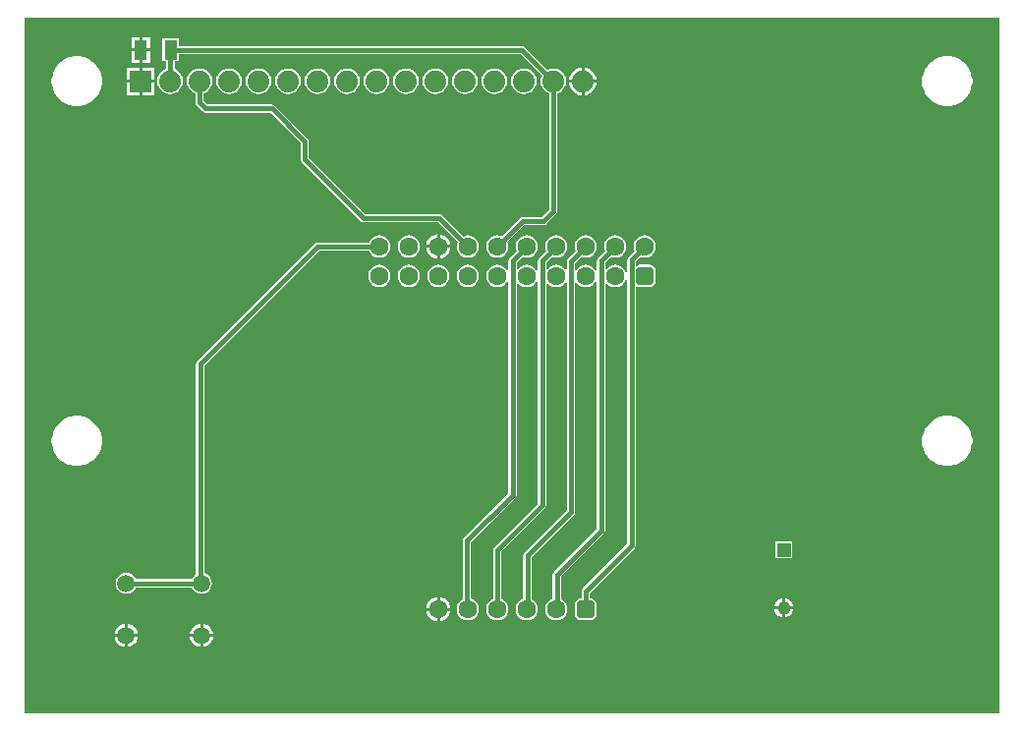
<source format=gbl>
%FSTAX23Y23*%
%MOIN*%
%SFA1B1*%

%IPPOS*%
%AMD25*
4,1,8,-0.015700,-0.031500,0.015700,-0.031500,0.031500,-0.015700,0.031500,0.015700,0.015700,0.031500,-0.015700,0.031500,-0.031500,0.015700,-0.031500,-0.015700,-0.015700,-0.031500,0.0*
1,1,0.031500,-0.015700,-0.015700*
1,1,0.031500,0.015700,-0.015700*
1,1,0.031500,0.015700,0.015700*
1,1,0.031500,-0.015700,0.015700*
%
%ADD14C,0.045280*%
%ADD15R,0.045280X0.045280*%
%ADD22C,0.015000*%
%ADD23C,0.059060*%
%ADD24C,0.062990*%
G04~CAMADD=25~8~0.0~0.0~629.9~629.9~157.5~0.0~15~0.0~0.0~0.0~0.0~0~0.0~0.0~0.0~0.0~0~0.0~0.0~0.0~180.0~630.0~630.0*
%ADD25D25*%
%ADD26R,0.074000X0.074000*%
%ADD27C,0.074000*%
%ADD28R,0.043520X0.065280*%
%LNpcb_front-1*%
%LPD*%
G36*
X03622Y00433D02*
X00314D01*
Y02795*
X03622*
Y00433*
G37*
%LNpcb_front-2*%
%LPC*%
G36*
X00741Y02727D02*
X00714D01*
Y0269*
X00741*
Y02727*
G37*
G36*
X00704D02*
X00677D01*
Y0269*
X00704*
Y02727*
G37*
G36*
X03452Y02663D02*
X03437D01*
X03436Y02663*
X03435Y02663*
X0342Y0266*
X0342Y0266*
X03419*
X03405Y02654*
X03404Y02653*
X03404Y02653*
X03391Y02645*
X0339Y02644*
X0339Y02644*
X03379Y02633*
X03378Y02632*
X03378Y02632*
X03369Y02619*
X03369Y02618*
X03369Y02618*
X03363Y02604*
Y02603*
X03362Y02602*
X03359Y02587*
X0336Y02587*
X03359Y02586*
Y0257*
X0336Y0257*
X03359Y02569*
X03362Y02554*
X03363Y02553*
Y02553*
X03369Y02539*
X03369Y02538*
X03369Y02537*
X03378Y02525*
X03378Y02524*
X03379Y02524*
X0339Y02513*
X0339Y02512*
X03391Y02512*
X03404Y02503*
X03404Y02503*
X03405Y02503*
X03419Y02497*
X0342*
X0342Y02496*
X03435Y02493*
X03436Y02493*
X03437Y02493*
X03452*
X03453Y02493*
X03453Y02493*
X03469Y02496*
X03469Y02497*
X0347*
X03484Y02503*
X03485Y02503*
X03485Y02503*
X03498Y02512*
X03498Y02512*
X03499Y02513*
X0351Y02524*
X0351Y02524*
X03511Y02525*
X03519Y02537*
X0352Y02538*
X0352Y02539*
X03526Y02553*
Y02553*
X03526Y02554*
X03529Y02569*
X03529Y0257*
X0353Y0257*
Y02586*
X03529Y02587*
X03529Y02587*
X03526Y02602*
X03526Y02603*
Y02604*
X0352Y02618*
X0352Y02618*
X03519Y02619*
X03511Y02632*
X0351Y02632*
X0351Y02633*
X03499Y02644*
X03498Y02644*
X03498Y02645*
X03485Y02653*
X03485Y02653*
X03484Y02654*
X0347Y0266*
X03469*
X03469Y0266*
X03453Y02663*
X03453Y02663*
X03452Y02663*
G37*
G36*
X00499D02*
X00484D01*
X00483Y02663*
X00483Y02663*
X00467Y0266*
X00467Y0266*
X00466*
X00452Y02654*
X00451Y02653*
X00451Y02653*
X00438Y02645*
X00438Y02644*
X00437Y02644*
X00426Y02633*
X00426Y02632*
X00425Y02632*
X00417Y02619*
X00416Y02618*
X00416Y02618*
X0041Y02604*
Y02603*
X0041Y02602*
X00407Y02587*
X00407Y02587*
X00406Y02586*
Y0257*
X00407Y0257*
X00407Y02569*
X0041Y02554*
X0041Y02553*
Y02553*
X00416Y02539*
X00416Y02538*
X00417Y02537*
X00425Y02525*
X00426Y02524*
X00426Y02524*
X00437Y02513*
X00438Y02512*
X00438Y02512*
X00451Y02503*
X00451Y02503*
X00452Y02503*
X00466Y02497*
X00467*
X00467Y02496*
X00483Y02493*
X00483Y02493*
X00484Y02493*
X00499*
X005Y02493*
X00501Y02493*
X00516Y02496*
X00516Y02497*
X00517*
X00531Y02503*
X00532Y02503*
X00532Y02503*
X00545Y02512*
X00546Y02512*
X00546Y02513*
X00557Y02524*
X00558Y02524*
X00558Y02525*
X00567Y02537*
X00567Y02538*
X00567Y02539*
X00573Y02553*
Y02553*
X00574Y02554*
X00577Y02569*
X00577Y0257*
X00577Y0257*
Y02586*
X00577Y02587*
X00577Y02587*
X00574Y02602*
X00573Y02603*
Y02604*
X00567Y02618*
X00567Y02618*
X00567Y02619*
X00558Y02632*
X00558Y02632*
X00557Y02633*
X00546Y02644*
X00546Y02644*
X00545Y02645*
X00532Y02653*
X00532Y02653*
X00531Y02654*
X00517Y0266*
X00516*
X00516Y0266*
X00501Y02663*
X005Y02663*
X00499Y02663*
G37*
G36*
X00741Y0268D02*
X00714D01*
Y02642*
X00741*
Y0268*
G37*
G36*
X00704D02*
X00677D01*
Y02642*
X00704*
Y0268*
G37*
G36*
X02213Y02625D02*
Y02583D01*
X02255*
X02254Y02591*
X02249Y02602*
X02242Y02612*
X02232Y02619*
X0222Y02624*
X02213Y02625*
G37*
G36*
X02203D02*
X02196Y02624D01*
X02184Y02619*
X02175Y02612*
X02167Y02602*
X02162Y02591*
X02161Y02583*
X02203*
Y02625*
G37*
G36*
X00755Y02625D02*
X00713D01*
Y02583*
X00755*
Y02625*
G37*
G36*
X00703D02*
X00661D01*
Y02583*
X00703*
Y02625*
G37*
G36*
X02008Y02622D02*
X01997Y0262D01*
X01987Y02616*
X01978Y02609*
X01971Y026*
X01966Y02589*
X01965Y02578*
X01966Y02567*
X01971Y02557*
X01978Y02548*
X01987Y02541*
X01997Y02536*
X02008Y02535*
X02019Y02536*
X0203Y02541*
X02039Y02548*
X02046Y02557*
X0205Y02567*
X02051Y02578*
X0205Y02589*
X02046Y026*
X02039Y02609*
X0203Y02616*
X02019Y0262*
X02008Y02622*
G37*
G36*
X01908D02*
X01897Y0262D01*
X01887Y02616*
X01878Y02609*
X01871Y026*
X01866Y02589*
X01865Y02578*
X01866Y02567*
X01871Y02557*
X01878Y02548*
X01887Y02541*
X01897Y02536*
X01908Y02535*
X01919Y02536*
X0193Y02541*
X01939Y02548*
X01946Y02557*
X0195Y02567*
X01951Y02578*
X0195Y02589*
X01946Y026*
X01939Y02609*
X0193Y02616*
X01919Y0262*
X01908Y02622*
G37*
G36*
X01808D02*
X01797Y0262D01*
X01787Y02616*
X01778Y02609*
X01771Y026*
X01766Y02589*
X01765Y02578*
X01766Y02567*
X01771Y02557*
X01778Y02548*
X01787Y02541*
X01797Y02536*
X01808Y02535*
X01819Y02536*
X0183Y02541*
X01839Y02548*
X01846Y02557*
X0185Y02567*
X01851Y02578*
X0185Y02589*
X01846Y026*
X01839Y02609*
X0183Y02616*
X01819Y0262*
X01808Y02622*
G37*
G36*
X01708D02*
X01697Y0262D01*
X01687Y02616*
X01678Y02609*
X01671Y026*
X01666Y02589*
X01665Y02578*
X01666Y02567*
X01671Y02557*
X01678Y02548*
X01687Y02541*
X01697Y02536*
X01708Y02535*
X01719Y02536*
X0173Y02541*
X01739Y02548*
X01746Y02557*
X0175Y02567*
X01751Y02578*
X0175Y02589*
X01746Y026*
X01739Y02609*
X0173Y02616*
X01719Y0262*
X01708Y02622*
G37*
G36*
X01608D02*
X01597Y0262D01*
X01587Y02616*
X01578Y02609*
X01571Y026*
X01566Y02589*
X01565Y02578*
X01566Y02567*
X01571Y02557*
X01578Y02548*
X01587Y02541*
X01597Y02536*
X01608Y02535*
X01619Y02536*
X0163Y02541*
X01639Y02548*
X01646Y02557*
X0165Y02567*
X01651Y02578*
X0165Y02589*
X01646Y026*
X01639Y02609*
X0163Y02616*
X01619Y0262*
X01608Y02622*
G37*
G36*
X01508D02*
X01497Y0262D01*
X01487Y02616*
X01478Y02609*
X01471Y026*
X01466Y02589*
X01465Y02578*
X01466Y02567*
X01471Y02557*
X01478Y02548*
X01487Y02541*
X01497Y02536*
X01508Y02535*
X01519Y02536*
X0153Y02541*
X01539Y02548*
X01546Y02557*
X0155Y02567*
X01551Y02578*
X0155Y02589*
X01546Y026*
X01539Y02609*
X0153Y02616*
X01519Y0262*
X01508Y02622*
G37*
G36*
X01408D02*
X01397Y0262D01*
X01387Y02616*
X01378Y02609*
X01371Y026*
X01366Y02589*
X01365Y02578*
X01366Y02567*
X01371Y02557*
X01378Y02548*
X01387Y02541*
X01397Y02536*
X01408Y02535*
X01419Y02536*
X0143Y02541*
X01439Y02548*
X01446Y02557*
X0145Y02567*
X01451Y02578*
X0145Y02589*
X01446Y026*
X01439Y02609*
X0143Y02616*
X01419Y0262*
X01408Y02622*
G37*
G36*
X01308D02*
X01297Y0262D01*
X01287Y02616*
X01278Y02609*
X01271Y026*
X01266Y02589*
X01265Y02578*
X01266Y02567*
X01271Y02557*
X01278Y02548*
X01287Y02541*
X01297Y02536*
X01308Y02535*
X01319Y02536*
X0133Y02541*
X01339Y02548*
X01346Y02557*
X0135Y02567*
X01351Y02578*
X0135Y02589*
X01346Y026*
X01339Y02609*
X0133Y02616*
X01319Y0262*
X01308Y02622*
G37*
G36*
X01208D02*
X01197Y0262D01*
X01187Y02616*
X01178Y02609*
X01171Y026*
X01166Y02589*
X01165Y02578*
X01166Y02567*
X01171Y02557*
X01178Y02548*
X01187Y02541*
X01197Y02536*
X01208Y02535*
X01219Y02536*
X0123Y02541*
X01239Y02548*
X01246Y02557*
X0125Y02567*
X01251Y02578*
X0125Y02589*
X01246Y026*
X01239Y02609*
X0123Y02616*
X01219Y0262*
X01208Y02622*
G37*
G36*
X01108D02*
X01097Y0262D01*
X01087Y02616*
X01078Y02609*
X01071Y026*
X01066Y02589*
X01065Y02578*
X01066Y02567*
X01071Y02557*
X01078Y02548*
X01087Y02541*
X01097Y02536*
X01108Y02535*
X01119Y02536*
X0113Y02541*
X01139Y02548*
X01146Y02557*
X0115Y02567*
X01151Y02578*
X0115Y02589*
X01146Y026*
X01139Y02609*
X0113Y02616*
X01119Y0262*
X01108Y02622*
G37*
G36*
X01008D02*
X00997Y0262D01*
X00987Y02616*
X00978Y02609*
X00971Y026*
X00966Y02589*
X00965Y02578*
X00966Y02567*
X00971Y02557*
X00978Y02548*
X00987Y02541*
X00997Y02536*
X01008Y02535*
X01019Y02536*
X0103Y02541*
X01039Y02548*
X01046Y02557*
X0105Y02567*
X01051Y02578*
X0105Y02589*
X01046Y026*
X01039Y02609*
X0103Y02616*
X01019Y0262*
X01008Y02622*
G37*
G36*
X02255Y02573D02*
X02213D01*
Y02531*
X0222Y02532*
X02232Y02537*
X02242Y02545*
X02249Y02555*
X02254Y02566*
X02255Y02573*
G37*
G36*
X02203D02*
X02161D01*
X02162Y02566*
X02167Y02555*
X02175Y02545*
X02184Y02537*
X02196Y02532*
X02203Y02531*
Y02573*
G37*
G36*
X00755D02*
X00713D01*
Y02531*
X00755*
Y02573*
G37*
G36*
X00703D02*
X00661D01*
Y02531*
X00703*
Y02573*
G37*
G36*
X00837Y02723D02*
X00782D01*
Y02646*
X00795*
Y02619*
X00787Y02616*
X00778Y02609*
X00771Y026*
X00766Y02589*
X00765Y02578*
X00766Y02567*
X00771Y02557*
X00778Y02548*
X00787Y02541*
X00797Y02536*
X00808Y02535*
X00819Y02536*
X0083Y02541*
X00839Y02548*
X00846Y02557*
X0085Y02567*
X00851Y02578*
X0085Y02589*
X00846Y026*
X00839Y02609*
X0083Y02616*
X00823Y02619*
Y02646*
X00837*
Y02671*
X01996*
X0207Y02597*
X02066Y02589*
X02065Y02578*
X02066Y02567*
X02071Y02557*
X02078Y02548*
X02087Y02541*
X02094Y02537*
Y02144*
X02069Y02118*
X02005*
X01999Y02117*
X01995Y02114*
X01933Y02052*
X01928Y02054*
X01918Y02056*
X01908Y02054*
X01899Y02051*
X01891Y02045*
X01885Y02037*
X01882Y02028*
X0188Y02018*
X01882Y02008*
X01885Y01999*
X01891Y01991*
X01899Y01985*
X01908Y01982*
X01918Y0198*
X01928Y01982*
X01937Y01985*
X01945Y01991*
X01951Y01999*
X01954Y02008*
X01956Y02018*
X01954Y02028*
X01952Y02033*
X0201Y02091*
X02075*
X0208Y02092*
X02084Y02095*
X02118Y02129*
X02121Y02133*
X02122Y02138*
Y02537*
X0213Y02541*
X02139Y02548*
X02146Y02557*
X0215Y02567*
X02151Y02578*
X0215Y02589*
X02146Y026*
X02139Y02609*
X0213Y02616*
X02119Y0262*
X02108Y02622*
X02097Y0262*
X02089Y02617*
X02012Y02694*
X02007Y02697*
X02002Y02698*
X00837*
Y02723*
G37*
G36*
X01723Y02059D02*
Y02023D01*
X01759*
X01758Y02029*
X01754Y02039*
X01748Y02048*
X01739Y02054*
X01729Y02058*
X01723Y02059*
G37*
G36*
X01713D02*
X01707Y02058D01*
X01697Y02054*
X01688Y02048*
X01682Y02039*
X01678Y02029*
X01677Y02023*
X01713*
Y02059*
G37*
G36*
X02418Y02056D02*
X02408Y02054D01*
X02399Y02051*
X02391Y02045*
X02385Y02037*
X02382Y02028*
X0238Y02018*
X02382Y02008*
X02384Y02003*
X02363Y01983*
X0236Y01978*
X02359Y01973*
Y01928*
X02354Y01928*
X02351Y01937*
X02345Y01945*
X02337Y01951*
X02328Y01954*
X02318Y01956*
X02308Y01954*
X02299Y01951*
X02291Y01945*
X02288Y01941*
X02283Y01942*
Y01964*
X02303Y01984*
X02308Y01982*
X02318Y0198*
X02328Y01982*
X02337Y01985*
X02345Y01991*
X02351Y01999*
X02354Y02008*
X02356Y02018*
X02354Y02028*
X02351Y02037*
X02345Y02045*
X02337Y02051*
X02328Y02054*
X02318Y02056*
X02308Y02054*
X02299Y02051*
X02291Y02045*
X02285Y02037*
X02282Y02028*
X0228Y02018*
X02282Y02008*
X02284Y02003*
X0226Y01979*
X02257Y01975*
X02256Y0197*
Y01937*
X02251Y01936*
X02251Y01937*
X02245Y01945*
X02237Y01951*
X02228Y01954*
X02218Y01956*
X02208Y01954*
X02199Y01951*
X02191Y01945*
X02186Y01938*
X02181Y0194*
Y01962*
X02203Y01984*
X02208Y01982*
X02218Y0198*
X02228Y01982*
X02237Y01985*
X02245Y01991*
X02251Y01999*
X02254Y02008*
X02256Y02018*
X02254Y02028*
X02251Y02037*
X02245Y02045*
X02237Y02051*
X02228Y02054*
X02218Y02056*
X02208Y02054*
X02199Y02051*
X02191Y02045*
X02185Y02037*
X02182Y02028*
X0218Y02018*
X02182Y02008*
X02184Y02003*
X02158Y01977*
X02155Y01973*
X02154Y01968*
Y01941*
X02149Y01939*
X02145Y01945*
X02137Y01951*
X02128Y01954*
X02118Y01956*
X02108Y01954*
X02099Y01951*
X02091Y01945*
X02088Y01941*
X02083Y01942*
Y01964*
X02103Y01984*
X02108Y01982*
X02118Y0198*
X02128Y01982*
X02137Y01985*
X02145Y01991*
X02151Y01999*
X02154Y02008*
X02156Y02018*
X02154Y02028*
X02151Y02037*
X02145Y02045*
X02137Y02051*
X02128Y02054*
X02118Y02056*
X02108Y02054*
X02099Y02051*
X02091Y02045*
X02085Y02037*
X02082Y02028*
X0208Y02018*
X02082Y02008*
X02084Y02003*
X0206Y01979*
X02057Y01975*
X02056Y0197*
Y01937*
X02051Y01936*
X02051Y01937*
X02045Y01945*
X02037Y01951*
X02028Y01954*
X02018Y01956*
X02008Y01954*
X01999Y01951*
X01991Y01945*
X01988Y01941*
X01983Y01942*
Y01964*
X02003Y01984*
X02008Y01982*
X02018Y0198*
X02028Y01982*
X02037Y01985*
X02045Y01991*
X02051Y01999*
X02054Y02008*
X02056Y02018*
X02054Y02028*
X02051Y02037*
X02045Y02045*
X02037Y02051*
X02028Y02054*
X02018Y02056*
X02008Y02054*
X01999Y02051*
X01991Y02045*
X01985Y02037*
X01982Y02028*
X0198Y02018*
X01982Y02008*
X01984Y02003*
X0196Y01979*
X01957Y01975*
X01956Y0197*
Y01937*
X01951Y01936*
X01951Y01937*
X01945Y01945*
X01937Y01951*
X01928Y01954*
X01918Y01956*
X01908Y01954*
X01899Y01951*
X01891Y01945*
X01885Y01937*
X01882Y01928*
X0188Y01918*
X01882Y01908*
X01885Y01899*
X01891Y01891*
X01899Y01885*
X01908Y01882*
X01918Y0188*
X01928Y01882*
X01937Y01885*
X01945Y01891*
X01951Y01899*
X01951Y019*
X01956Y01899*
Y0118*
X01805Y01029*
X01802Y01025*
X01801Y0102*
Y0082*
X01799Y0082*
X01791Y00814*
X01785Y00806*
X01782Y00797*
X0178Y00787*
X01782Y00777*
X01785Y00768*
X01791Y0076*
X01799Y00754*
X01808Y0075*
X01818Y00749*
X01828Y0075*
X01837Y00754*
X01845Y0076*
X01851Y00768*
X01854Y00777*
X01856Y00787*
X01854Y00797*
X01851Y00806*
X01845Y00814*
X01837Y0082*
X01828Y00823*
Y01014*
X01979Y01165*
X01982Y01169*
X01983Y01175*
Y01894*
X01988Y01895*
X01991Y01891*
X01999Y01885*
X02008Y01882*
X02018Y0188*
X02028Y01882*
X02037Y01885*
X02045Y01891*
X02051Y01899*
X02051Y019*
X02056Y01899*
Y01145*
X01908Y00998*
X01905Y00993*
X01904Y00988*
Y00822*
X01899Y0082*
X01891Y00814*
X01885Y00806*
X01882Y00797*
X0188Y00787*
X01882Y00777*
X01885Y00768*
X01891Y0076*
X01899Y00754*
X01908Y0075*
X01918Y00749*
X01928Y0075*
X01937Y00754*
X01945Y0076*
X01951Y00768*
X01954Y00777*
X01956Y00787*
X01954Y00797*
X01951Y00806*
X01945Y00814*
X01937Y0082*
X01932Y00822*
Y00982*
X02079Y0113*
X02082Y01134*
X02083Y0114*
Y01894*
X02088Y01895*
X02091Y01891*
X02099Y01885*
X02108Y01882*
X02118Y0188*
X02128Y01882*
X02137Y01885*
X02145Y01891*
X02149Y01897*
X02154Y01895*
Y01123*
X0201Y00979*
X02007Y00975*
X02006Y0097*
Y00822*
X01999Y0082*
X01991Y00814*
X01985Y00806*
X01982Y00797*
X0198Y00787*
X01982Y00777*
X01985Y00768*
X01991Y0076*
X01999Y00754*
X02008Y0075*
X02018Y00749*
X02028Y0075*
X02037Y00754*
X02045Y0076*
X02051Y00768*
X02054Y00777*
X02056Y00787*
X02054Y00797*
X02051Y00806*
X02045Y00814*
X02037Y0082*
X02033Y00821*
Y00964*
X02177Y01108*
X0218Y01112*
X02181Y01118*
Y01896*
X02186Y01898*
X02191Y01891*
X02199Y01885*
X02208Y01882*
X02218Y0188*
X02228Y01882*
X02237Y01885*
X02245Y01891*
X02251Y01899*
X02251Y019*
X02256Y01899*
Y0106*
X0211Y00914*
X02107Y0091*
X02106Y00905*
Y00822*
X02099Y0082*
X02091Y00814*
X02085Y00806*
X02082Y00797*
X0208Y00787*
X02082Y00777*
X02085Y00768*
X02091Y0076*
X02099Y00754*
X02108Y0075*
X02118Y00749*
X02128Y0075*
X02137Y00754*
X02145Y0076*
X02151Y00768*
X02154Y00777*
X02156Y00787*
X02154Y00797*
X02151Y00806*
X02145Y00814*
X02137Y0082*
X02133Y00821*
Y00899*
X02279Y01045*
X02282Y01049*
X02283Y01055*
Y01894*
X02288Y01895*
X02291Y01891*
X02299Y01885*
X02308Y01882*
X02318Y0188*
X02328Y01882*
X02337Y01885*
X02345Y01891*
X02351Y01899*
X02354Y01908*
X02359Y01908*
Y01009*
X02208Y00858*
X02205Y00853*
X02204Y00848*
Y00825*
X02202*
X02194Y00823*
X02187Y00818*
X02182Y00811*
X0218Y00803*
Y00771*
X02182Y00763*
X02187Y00756*
X02194Y00751*
X02202Y00749*
X02234*
X02242Y00751*
X02249Y00756*
X02254Y00763*
X02256Y00771*
Y00803*
X02254Y00811*
X02249Y00818*
X02242Y00823*
X02234Y00825*
X02232*
Y00842*
X02383Y00993*
X02386Y00998*
X02387Y01003*
Y01881*
X02391Y01884*
X02394Y01882*
X02402Y0188*
X02434*
X02442Y01882*
X02449Y01887*
X02454Y01894*
X02456Y01902*
Y01934*
X02454Y01942*
X02449Y01949*
X02442Y01954*
X02434Y01956*
X02402*
X02394Y01954*
X02391Y01952*
X02387Y01955*
Y01967*
X02403Y01984*
X02408Y01982*
X02418Y0198*
X02428Y01982*
X02437Y01985*
X02445Y01991*
X02451Y01999*
X02454Y02008*
X02456Y02018*
X02454Y02028*
X02451Y02037*
X02445Y02045*
X02437Y02051*
X02428Y02054*
X02418Y02056*
G37*
G36*
X00908Y02622D02*
X00897Y0262D01*
X00887Y02616*
X00878Y02609*
X00871Y026*
X00866Y02589*
X00865Y02578*
X00866Y02567*
X00871Y02557*
X00878Y02548*
X00887Y02541*
X00894Y02537*
Y02506*
X00896Y02501*
X00899Y02496*
X00919Y02476*
X00923Y02473*
X00928Y02472*
X01148*
X01251Y02369*
Y02315*
X01252Y02309*
X01255Y02305*
X01455Y02105*
X01459Y02102*
X01465Y02101*
X01716*
X01784Y02033*
X01782Y02028*
X0178Y02018*
X01782Y02008*
X01785Y01999*
X01791Y01991*
X01799Y01985*
X01808Y01982*
X01818Y0198*
X01828Y01982*
X01837Y01985*
X01845Y01991*
X01851Y01999*
X01854Y02008*
X01856Y02018*
X01854Y02028*
X01851Y02037*
X01845Y02045*
X01837Y02051*
X01828Y02054*
X01818Y02056*
X01808Y02054*
X01803Y02052*
X01731Y02124*
X01727Y02127*
X01722Y02128*
X0147*
X01278Y0232*
Y02375*
X01277Y0238*
X01274Y02384*
X01163Y02495*
X01159Y02498*
X01153Y02499*
X00934*
X00922Y02512*
Y02537*
X0093Y02541*
X00939Y02548*
X00946Y02557*
X0095Y02567*
X00951Y02578*
X0095Y02589*
X00946Y026*
X00939Y02609*
X0093Y02616*
X00919Y0262*
X00908Y02622*
G37*
G36*
X01618Y02056D02*
X01608Y02054D01*
X01599Y02051*
X01591Y02045*
X01585Y02037*
X01582Y02028*
X0158Y02018*
X01582Y02008*
X01585Y01999*
X01591Y01991*
X01599Y01985*
X01608Y01982*
X01618Y0198*
X01628Y01982*
X01637Y01985*
X01645Y01991*
X01651Y01999*
X01654Y02008*
X01656Y02018*
X01654Y02028*
X01651Y02037*
X01645Y02045*
X01637Y02051*
X01628Y02054*
X01618Y02056*
G37*
G36*
X01518D02*
X01508Y02054D01*
X01499Y02051*
X01491Y02045*
X01485Y02037*
X01483Y02032*
X01308*
X01303Y02031*
X01298Y02028*
X009Y01629*
X00897Y01625*
X00896Y0162*
Y00906*
X0089Y00901*
X00884Y00893*
X00882Y00889*
X00692*
X0069Y00893*
X00684Y00901*
X00677Y00906*
X00668Y0091*
X00659Y00911*
X0065Y0091*
X00641Y00906*
X00634Y00901*
X00628Y00893*
X00624Y00885*
X00623Y00875*
X00624Y00866*
X00628Y00858*
X00634Y0085*
X00641Y00845*
X0065Y00841*
X00659Y0084*
X00668Y00841*
X00677Y00845*
X00684Y0085*
X0069Y00858*
X00692Y00862*
X00882*
X00884Y00858*
X0089Y0085*
X00897Y00845*
X00906Y00841*
X00915Y0084*
X00924Y00841*
X00933Y00845*
X0094Y0085*
X00946Y00858*
X00949Y00866*
X00951Y00875*
X00949Y00885*
X00946Y00893*
X0094Y00901*
X00933Y00906*
X00924Y0091*
X00923Y0091*
Y01614*
X01314Y02004*
X01483*
X01485Y01999*
X01491Y01991*
X01499Y01985*
X01508Y01982*
X01518Y0198*
X01528Y01982*
X01537Y01985*
X01545Y01991*
X01551Y01999*
X01554Y02008*
X01556Y02018*
X01554Y02028*
X01551Y02037*
X01545Y02045*
X01537Y02051*
X01528Y02054*
X01518Y02056*
G37*
G36*
X01759Y02013D02*
X01723D01*
Y01977*
X01729Y01978*
X01739Y01982*
X01748Y01988*
X01754Y01997*
X01758Y02007*
X01759Y02013*
G37*
G36*
X01713D02*
X01677D01*
X01678Y02007*
X01682Y01997*
X01688Y01988*
X01697Y01982*
X01707Y01978*
X01713Y01977*
Y02013*
G37*
G36*
X01818Y01956D02*
X01808Y01954D01*
X01799Y01951*
X01791Y01945*
X01785Y01937*
X01782Y01928*
X0178Y01918*
X01782Y01908*
X01785Y01899*
X01791Y01891*
X01799Y01885*
X01808Y01882*
X01818Y0188*
X01828Y01882*
X01837Y01885*
X01845Y01891*
X01851Y01899*
X01854Y01908*
X01856Y01918*
X01854Y01928*
X01851Y01937*
X01845Y01945*
X01837Y01951*
X01828Y01954*
X01818Y01956*
G37*
G36*
X01718D02*
X01708Y01954D01*
X01699Y01951*
X01691Y01945*
X01685Y01937*
X01682Y01928*
X0168Y01918*
X01682Y01908*
X01685Y01899*
X01691Y01891*
X01699Y01885*
X01708Y01882*
X01718Y0188*
X01728Y01882*
X01737Y01885*
X01745Y01891*
X01751Y01899*
X01754Y01908*
X01756Y01918*
X01754Y01928*
X01751Y01937*
X01745Y01945*
X01737Y01951*
X01728Y01954*
X01718Y01956*
G37*
G36*
X01618D02*
X01608Y01954D01*
X01599Y01951*
X01591Y01945*
X01585Y01937*
X01582Y01928*
X0158Y01918*
X01582Y01908*
X01585Y01899*
X01591Y01891*
X01599Y01885*
X01608Y01882*
X01618Y0188*
X01628Y01882*
X01637Y01885*
X01645Y01891*
X01651Y01899*
X01654Y01908*
X01656Y01918*
X01654Y01928*
X01651Y01937*
X01645Y01945*
X01637Y01951*
X01628Y01954*
X01618Y01956*
G37*
G36*
X01518D02*
X01508Y01954D01*
X01499Y01951*
X01491Y01945*
X01485Y01937*
X01482Y01928*
X0148Y01918*
X01482Y01908*
X01485Y01899*
X01491Y01891*
X01499Y01885*
X01508Y01882*
X01518Y0188*
X01528Y01882*
X01537Y01885*
X01545Y01891*
X01551Y01899*
X01554Y01908*
X01556Y01918*
X01554Y01928*
X01551Y01937*
X01545Y01945*
X01537Y01951*
X01528Y01954*
X01518Y01956*
G37*
G36*
X03452Y01443D02*
X03437D01*
X03436Y01443*
X03435Y01443*
X0342Y0144*
X0342Y01439*
X03419*
X03405Y01433*
X03404Y01433*
X03404Y01433*
X03391Y01424*
X0339Y01424*
X0339Y01423*
X03379Y01412*
X03378Y01412*
X03378Y01412*
X03369Y01399*
X03369Y01398*
X03369Y01398*
X03363Y01383*
Y01383*
X03362Y01382*
X03359Y01367*
X0336Y01366*
X03359Y01366*
Y0135*
X0336Y01349*
X03359Y01349*
X03362Y01334*
X03363Y01333*
Y01332*
X03369Y01318*
X03369Y01318*
X03369Y01317*
X03378Y01304*
X03378Y01304*
X03379Y01303*
X0339Y01292*
X0339Y01292*
X03391Y01291*
X03404Y01283*
X03404Y01283*
X03405Y01282*
X03419Y01276*
X0342*
X0342Y01276*
X03435Y01273*
X03436Y01273*
X03437Y01273*
X03452*
X03453Y01273*
X03453Y01273*
X03469Y01276*
X03469Y01276*
X0347*
X03484Y01282*
X03485Y01283*
X03485Y01283*
X03498Y01291*
X03498Y01292*
X03499Y01292*
X0351Y01303*
X0351Y01304*
X03511Y01304*
X03519Y01317*
X0352Y01318*
X0352Y01318*
X03526Y01332*
Y01333*
X03526Y01334*
X03529Y01349*
X03529Y01349*
X0353Y0135*
Y01366*
X03529Y01366*
X03529Y01367*
X03526Y01382*
X03526Y01383*
Y01383*
X0352Y01398*
X0352Y01398*
X03519Y01399*
X03511Y01412*
X0351Y01412*
X0351Y01412*
X03499Y01423*
X03498Y01424*
X03498Y01424*
X03485Y01433*
X03485Y01433*
X03484Y01433*
X0347Y01439*
X03469*
X03469Y0144*
X03453Y01443*
X03453Y01443*
X03452Y01443*
G37*
G36*
X00499D02*
X00484D01*
X00483Y01443*
X00483Y01443*
X00467Y0144*
X00467Y01439*
X00466*
X00452Y01433*
X00451Y01433*
X00451Y01433*
X00438Y01424*
X00438Y01424*
X00437Y01423*
X00426Y01412*
X00426Y01412*
X00425Y01412*
X00417Y01399*
X00416Y01398*
X00416Y01398*
X0041Y01383*
Y01383*
X0041Y01382*
X00407Y01367*
X00407Y01366*
X00406Y01366*
Y0135*
X00407Y01349*
X00407Y01349*
X0041Y01334*
X0041Y01333*
Y01332*
X00416Y01318*
X00416Y01318*
X00417Y01317*
X00425Y01304*
X00426Y01304*
X00426Y01303*
X00437Y01292*
X00438Y01292*
X00438Y01291*
X00451Y01283*
X00451Y01283*
X00452Y01282*
X00466Y01276*
X00467*
X00467Y01276*
X00483Y01273*
X00483Y01273*
X00484Y01273*
X00499*
X005Y01273*
X00501Y01273*
X00516Y01276*
X00516Y01276*
X00517*
X00531Y01282*
X00532Y01283*
X00532Y01283*
X00545Y01291*
X00546Y01292*
X00546Y01292*
X00557Y01303*
X00558Y01304*
X00558Y01304*
X00567Y01317*
X00567Y01318*
X00567Y01318*
X00573Y01332*
Y01333*
X00574Y01334*
X00577Y01349*
X00577Y01349*
X00577Y0135*
Y01366*
X00577Y01366*
X00577Y01367*
X00574Y01382*
X00573Y01383*
Y01383*
X00567Y01398*
X00567Y01398*
X00567Y01399*
X00558Y01412*
X00558Y01412*
X00557Y01412*
X00546Y01423*
X00546Y01424*
X00545Y01424*
X00532Y01433*
X00532Y01433*
X00531Y01433*
X00517Y01439*
X00516*
X00516Y0144*
X00501Y01443*
X005Y01443*
X00499Y01443*
G37*
G36*
X02918Y01016D02*
X02861D01*
Y00959*
X02918*
Y01016*
G37*
G36*
X02895Y00823D02*
Y00796D01*
X02922*
X02921Y008*
X02918Y00808*
X02913Y00814*
X02906Y0082*
X02898Y00823*
X02895Y00823*
G37*
G36*
X02885D02*
X02881Y00823D01*
X02873Y0082*
X02866Y00814*
X02861Y00808*
X02858Y008*
X02857Y00796*
X02885*
Y00823*
G37*
G36*
X01723Y00828D02*
Y00792D01*
X01759*
X01758Y00798*
X01754Y00808*
X01748Y00817*
X01739Y00823*
X01729Y00827*
X01723Y00828*
G37*
G36*
X01713D02*
X01707Y00827D01*
X01697Y00823*
X01688Y00817*
X01682Y00808*
X01678Y00798*
X01677Y00792*
X01713*
Y00828*
G37*
G36*
X02922Y00786D02*
X02895D01*
Y00759*
X02898Y00759*
X02906Y00763*
X02913Y00768*
X02918Y00775*
X02921Y00783*
X02922Y00786*
G37*
G36*
X02885D02*
X02857D01*
X02858Y00783*
X02861Y00775*
X02866Y00768*
X02873Y00763*
X02881Y00759*
X02885Y00759*
Y00786*
G37*
G36*
X01759Y00782D02*
X01723D01*
Y00746*
X01729Y00746*
X01739Y00751*
X01748Y00757*
X01754Y00766*
X01758Y00776*
X01759Y00782*
G37*
G36*
X01713D02*
X01677D01*
X01678Y00776*
X01682Y00766*
X01688Y00757*
X01697Y00751*
X01707Y00746*
X01713Y00746*
Y00782*
G37*
G36*
X0092Y00738D02*
Y00703D01*
X00954*
X00953Y00709*
X00949Y00718*
X00943Y00727*
X00935Y00733*
X00925Y00737*
X0092Y00738*
G37*
G36*
X0091D02*
X00905Y00737D01*
X00895Y00733*
X00887Y00727*
X0088Y00718*
X00876Y00709*
X00876Y00703*
X0091*
Y00738*
G37*
G36*
X00664D02*
Y00703D01*
X00698*
X00697Y00709*
X00693Y00718*
X00687Y00727*
X00679Y00733*
X00669Y00737*
X00664Y00738*
G37*
G36*
X00654D02*
X00649Y00737D01*
X00639Y00733*
X00631Y00727*
X00624Y00718*
X0062Y00709*
X0062Y00703*
X00654*
Y00738*
G37*
G36*
X00954Y00693D02*
X0092D01*
Y00659*
X00925Y0066*
X00935Y00664*
X00943Y0067*
X00949Y00678*
X00953Y00688*
X00954Y00693*
G37*
G36*
X0091D02*
X00876D01*
X00876Y00688*
X0088Y00678*
X00887Y0067*
X00895Y00664*
X00905Y0066*
X0091Y00659*
Y00693*
G37*
G36*
X00698D02*
X00664D01*
Y00659*
X00669Y0066*
X00679Y00664*
X00687Y0067*
X00693Y00678*
X00697Y00688*
X00698Y00693*
G37*
G36*
X00654D02*
X0062D01*
X0062Y00688*
X00624Y00678*
X00631Y0067*
X00639Y00664*
X00649Y0066*
X00654Y00659*
Y00693*
G37*
%LNpcb_front-3*%
%LPD*%
G54D14*
X0289Y00791D03*
G54D15*
X0289Y00988D03*
G54D22*
X00659Y00875D02*
X00915D01*
X0091Y00881D02*
Y0162D01*
Y00881D02*
X00915Y00875D01*
X01308Y02018D02*
X01518D01*
X0091Y0162D02*
X01308Y02018D01*
X00908Y02506D02*
X00928Y02486D01*
X00908Y02506D02*
Y02578D01*
X00928Y02486D02*
X01153D01*
X01265Y02375*
Y02315D02*
Y02375D01*
Y02315D02*
X01465Y02115D01*
X01722*
X01818Y02018*
X01815Y0079D02*
Y0102D01*
Y0079D02*
X01818Y00787D01*
X0197Y01175D02*
Y0197D01*
X01815Y0102D02*
X0197Y01175D01*
Y0197D02*
X02018Y02018D01*
X01918Y00787D02*
Y00988D01*
X0207Y0114*
Y0197*
X02118Y02018*
X0202Y00788D02*
Y0097D01*
X02018Y00787D02*
X0202Y00788D01*
X02168Y01118D02*
Y01968D01*
X0202Y0097D02*
X02168Y01118D01*
Y01968D02*
X02218Y02018D01*
X02118Y00787D02*
X0212Y00788D01*
Y00905*
X0227Y01055*
Y0197*
X02318Y02018*
X02218Y00787D02*
Y00848D01*
X02373Y01003D02*
Y01973D01*
X02218Y00848D02*
X02373Y01003D01*
Y01973D02*
X02418Y02018D01*
X02002Y02685D02*
X02108Y02578D01*
X0081Y02685D02*
X02002D01*
X02005Y02105D02*
X02075D01*
X01918Y02018D02*
X02005Y02105D01*
X02075D02*
X02108Y02138D01*
Y02578*
X00809Y02579D02*
Y02684D01*
X0081Y02685*
X00808Y02578D02*
X00809Y02579D01*
G54D23*
X00915Y00698D03*
Y00875D03*
X00659Y00698D03*
Y00875D03*
G54D24*
X01818Y02018D03*
Y01918D03*
X01918Y02018D03*
X02018D03*
X01918Y01918D03*
X02018D03*
X02118Y02018D03*
Y01918D03*
X02218Y02018D03*
Y01918D03*
X02318Y02018D03*
Y01918D03*
X02418Y02018D03*
X01718Y01918D03*
X01618D03*
X01518D03*
X01718Y02018D03*
X01618D03*
X01518D03*
X01718Y00787D03*
X01818D03*
X02018D03*
X02118D03*
X01918D03*
G54D25*
X02418Y01918D03*
X02218Y00787D03*
G54D26*
X00708Y02578D03*
G54D27*
X00808Y02578D03*
X00908D03*
X01008D03*
X01108D03*
X01208D03*
X01308D03*
X01408D03*
X01508D03*
X01608D03*
X01708D03*
X01808D03*
X01908D03*
X02008D03*
X02108D03*
X02208D03*
G54D28*
X0081Y02685D03*
X00709D03*
M02*
</source>
